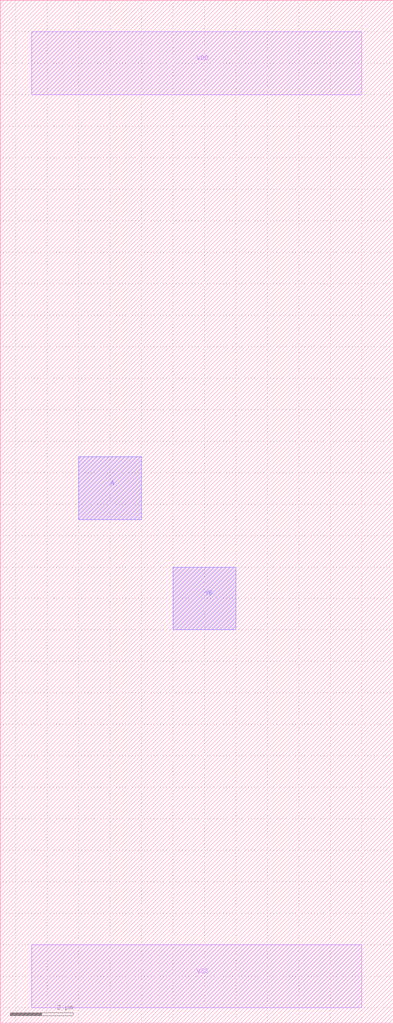
<source format=lef>
# C:/Users/akita/Documents/in21lef
# Created by Glade release version 4.7.35 compiled on May 19 2020 19:14:35
# Run by akita on host LAPTOP-E0CJ65QR at Wed Jun  3 17:35:51 2020

VERSION 5.6 ;
NAMESCASESENSITIVE ON ;
BUSBITCHARS "[]" ;
DIVIDERCHAR "/"  ;
UNITS
    DATABASE MICRONS 1000 ;
END UNITS

MACRO inv2
    CLASS core ;
    FOREIGN inv2 -1.500 -1.500 ;
    ORIGIN 1.500 1.500 ;
    SIZE 12.500 BY 32.500 ;
    PIN YB
        DIRECTION OUTPUT ;
        USE SIGNAL ;
        PORT
        LAYER ML2 ;
        RECT 4.000 11.000 6.000 13.000 ;
        LAYER ML1 ;
        RECT 4.000 11.000 6.000 13.000 ;
        END
    END YB
    PIN VDD
        DIRECTION INOUT ;
        USE POWER ;
        PORT
        LAYER ML1 ;
        RECT -0.500 28.000 10.000 30.000 ;
        END
    END VDD
    PIN VSS
        DIRECTION INOUT ;
        USE GROUND ;
        PORT
        LAYER ML1 ;
        RECT -0.500 -1.000 10.000 1.000 ;
        END
    END VSS
    PIN A
        DIRECTION INPUT ;
        USE SIGNAL ;
        PORT
        LAYER ML2 ;
        RECT 1.000 14.500 3.000 16.500 ;
        LAYER ML1 ;
        RECT 1.000 14.500 3.000 16.500 ;
        END
    END A
    OBS
    END
END inv2

END LIBRARY

</source>
